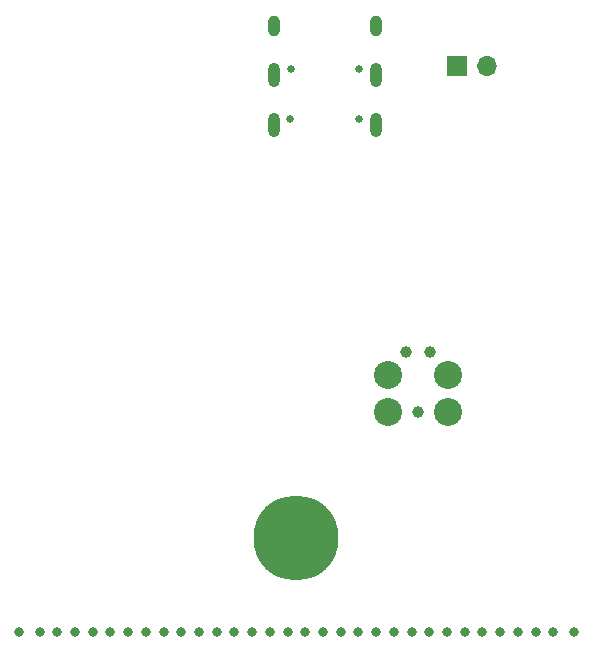
<source format=gbs>
G04 #@! TF.GenerationSoftware,KiCad,Pcbnew,9.0.5*
G04 #@! TF.CreationDate,2025-10-24T14:18:36+02:00*
G04 #@! TF.ProjectId,GameboyCartridgeV1.1,47616d65-626f-4794-9361-727472696467,rev?*
G04 #@! TF.SameCoordinates,Original*
G04 #@! TF.FileFunction,Soldermask,Bot*
G04 #@! TF.FilePolarity,Negative*
%FSLAX46Y46*%
G04 Gerber Fmt 4.6, Leading zero omitted, Abs format (unit mm)*
G04 Created by KiCad (PCBNEW 9.0.5) date 2025-10-24 14:18:36*
%MOMM*%
%LPD*%
G01*
G04 APERTURE LIST*
%ADD10O,1.000000X2.100000*%
%ADD11C,0.650000*%
%ADD12O,1.000000X1.800000*%
%ADD13C,0.800000*%
%ADD14C,2.374900*%
%ADD15C,0.990600*%
%ADD16C,7.200000*%
%ADD17R,1.700000X1.700000*%
%ADD18O,1.700000X1.700000*%
G04 APERTURE END LIST*
D10*
X109835000Y-66340000D03*
X118475000Y-66340000D03*
D11*
X111265000Y-65840000D03*
X117045000Y-65840000D03*
X117050000Y-61665000D03*
X111270000Y-61665000D03*
D10*
X118480000Y-62165000D03*
D12*
X118480000Y-57985000D03*
D10*
X109840000Y-62165000D03*
D12*
X109840000Y-57985000D03*
D13*
X88266962Y-109283715D03*
X90016962Y-109283715D03*
X91516962Y-109283715D03*
X93016962Y-109283715D03*
X94516962Y-109283715D03*
X96016962Y-109283715D03*
X97516962Y-109283715D03*
X99016962Y-109283715D03*
X100516962Y-109283715D03*
X102016962Y-109283715D03*
X103516962Y-109283715D03*
X105016962Y-109283715D03*
X106516962Y-109283715D03*
X108016962Y-109283715D03*
X109516962Y-109283715D03*
X111016962Y-109283715D03*
X112516962Y-109283715D03*
X114016962Y-109283715D03*
X115516962Y-109283715D03*
X117016962Y-109283715D03*
X118516962Y-109283715D03*
X120016962Y-109283715D03*
X121516962Y-109283715D03*
X123016962Y-109283715D03*
X124516962Y-109283715D03*
X126016962Y-109283715D03*
X127516962Y-109283715D03*
X129016962Y-109283715D03*
X130516962Y-109283715D03*
X132016962Y-109283715D03*
X133516962Y-109283715D03*
X135266962Y-109283715D03*
D14*
X119560000Y-90690000D03*
D15*
X122100000Y-90690000D03*
D14*
X124640000Y-90690000D03*
X119560000Y-87515000D03*
X124640000Y-87515000D03*
D15*
X121084000Y-85610000D03*
X123116000Y-85610000D03*
D16*
X111770000Y-101359673D03*
D17*
X125345000Y-61375000D03*
D18*
X127885000Y-61375000D03*
M02*

</source>
